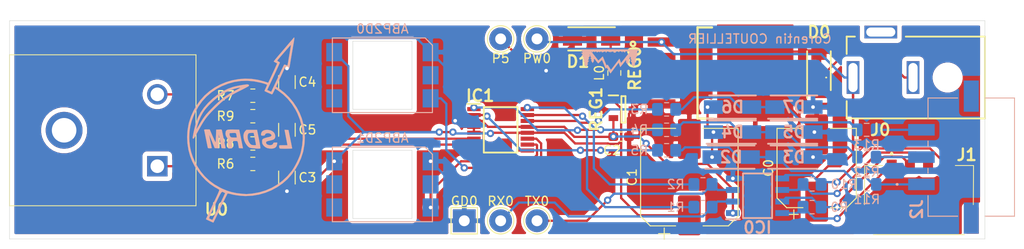
<source format=kicad_pcb>
(kicad_pcb (version 20171130) (host pcbnew "(5.1.0)-1")
  (layers (0 F.Cu signal) (31 B.Cu signal) (34 B.Paste user) (35 F.Paste user) (36 B.SilkS user) (37 F.SilkS user) (38 B.Mask user) (39 F.Mask user) (44 Edge.Cuts user))
  (net 0 "")
  (net 1 /5V)
  (net 2 GND)
  (net 3 "Net-(ABP2D0-Pad5)")
  (net 4 "Net-(ABP2D0-Pad2)")
  (net 5 "Net-(ABP2D0-Pad4)")
  (net 6 /AIN0)
  (net 7 /AIN1)
  (net 8 "Net-(ABP2D1-Pad4)")
  (net 9 "Net-(ABP2D1-Pad2)")
  (net 10 "Net-(ABP2D1-Pad5)")
  (net 11 /POWER)
  (net 12 /3.3V)
  (net 13 /GPIO2)
  (net 14 /GPIO1)
  (net 15 /GPIO0)
  (net 16 /AIN2)
  (net 17 /AIN3)
  (net 18 "Net-(D0-Pad1)")
  (net 19 "Net-(D1-Pad1)")
  (net 20 "Net-(IC0-Pad2)")
  (net 21 "Net-(IC0-Pad3)")
  (net 22 "Net-(IC0-Pad5)")
  (net 23 "Net-(IC0-Pad6)")
  (net 24 "Net-(IC0-Pad7)")
  (net 25 "Net-(IC0-Pad8)")
  (net 26 "Net-(IC1-Pad1)")
  (net 27 "Net-(IC1-Pad2)")
  (net 28 "Net-(IC1-Pad14)")
  (net 29 "Net-(IC1-Pad15)")
  (net 30 "Net-(IC1-Pad16)")
  (net 31 "Net-(J2-PadMP1)")
  (net 32 "Net-(J2-PadMP2)")
  (net 33 "Net-(R6-Pad2)")
  (net 34 "Net-(R7-Pad1)")
  (net 35 "Net-(U0-PadMH1)")
  (net 36 "Net-(J0-Pad3)")
  (net 37 "Net-(J1-PadMP1)")
  (net 38 "Net-(J1-PadMP2)")
  (net 39 "Net-(J2-Pad1)")
  (net 40 "Net-(J2-Pad2)")
  (net 41 "Net-(J2-Pad3)")
  (module SamacSys_Parts:FC681477 (layer F.Cu) (at 255.5 81.25 180)
    (fp_text reference J0 (at -3 -5.75 180) (layer F.SilkS) (effects (font (size 1.27 1.27) (thickness 0.254))))
    (fp_text value FC681477 hide)
    (pad "" np_thru_hole circle (at -10.4 0 180) (size 2.3 2.3) (drill 2.3) (layers *.Cu *.Mask))
    (pad 3 thru_hole rect (at -3.05 5 180) (size 3.6 1.4) (drill oval 3.2 1) (layers *.Cu *.Mask) (net 36 "Net-(J0-Pad3)"))
    (pad 2 thru_hole rect (at -6.6 0 180) (size 1.4 3.6) (drill oval 1 3.2) (layers *.Cu *.Mask) (net 18 "Net-(D0-Pad1)"))
    (pad 1 thru_hole rect (at 0 0 180) (size 1.4 3.6) (drill oval 1 3.2) (layers *.Cu *.Mask) (net 11 /POWER))
  )
  (module Logos:LSDRM_XL (layer B.Cu) (at 188.75 87 180)
    (fp_text reference G*** hide)
    (fp_text value LOGO hide)
  )
  (module Logos:Mountain (layer B.Cu) (at 228.75 79.5)
    (fp_text reference G*** hide)
    (fp_text value LOGO hide)
  )
  (module SamacSys:ABP2D (layer B.Cu) (at 203.75 81 270)
    (fp_text reference ABP2D0 (at -5.1 0) (layer B.SilkS) (effects (justify mirror)))
    (fp_text value ABP2D)
    (pad 6 smd rect (at -2.54 5.3 270) (size 2 1.75) (layers B.Cu B.Paste B.Mask) (net 1 /5V))
    (pad 1 smd rect (at -2.54 -5.3 270) (size 2 1.75) (layers B.Cu B.Paste B.Mask) (net 2 GND))
    (pad 5 smd rect (at 0 5.3 270) (size 2 1.75) (layers B.Cu B.Paste B.Mask) (net 3 "Net-(ABP2D0-Pad5)"))
    (pad 2 smd rect (at 0 -5.3 270) (size 2 1.75) (layers B.Cu B.Paste B.Mask) (net 4 "Net-(ABP2D0-Pad2)"))
    (pad 4 smd rect (at 2.54 5.3 270) (size 2 1.75) (layers B.Cu B.Paste B.Mask) (net 5 "Net-(ABP2D0-Pad4)"))
    (pad 3 smd rect (at 2.54 -5.3 270) (size 2 1.75) (layers B.Cu B.Paste B.Mask) (net 6 /AIN0))
  )
  (module SamacSys:ABP2D (layer B.Cu) (at 203.75 93 270)
    (fp_text reference ABP2D1 (at -5.1 0) (layer B.SilkS) (effects (justify mirror)))
    (fp_text value ABP2D)
    (pad 3 smd rect (at 2.54 -5.3 270) (size 2 1.75) (layers B.Cu B.Paste B.Mask) (net 7 /AIN1))
    (pad 4 smd rect (at 2.54 5.3 270) (size 2 1.75) (layers B.Cu B.Paste B.Mask) (net 8 "Net-(ABP2D1-Pad4)"))
    (pad 2 smd rect (at 0 -5.3 270) (size 2 1.75) (layers B.Cu B.Paste B.Mask) (net 9 "Net-(ABP2D1-Pad2)"))
    (pad 5 smd rect (at 0 5.3 270) (size 2 1.75) (layers B.Cu B.Paste B.Mask) (net 10 "Net-(ABP2D1-Pad5)"))
    (pad 1 smd rect (at -2.54 -5.3 270) (size 2 1.75) (layers B.Cu B.Paste B.Mask) (net 2 GND))
    (pad 6 smd rect (at -2.54 5.3 270) (size 2 1.75) (layers B.Cu B.Paste B.Mask) (net 1 /5V))
  )
  (module Capacitor_SMD:CP_Elec_8x10.5 (layer F.Cu) (at 251.5 91.2 90)
    (fp_text reference C0 (at 0 -5.3 90) (layer F.SilkS))
    (fp_text value 100u)
    (pad 1 smd roundrect (at -3.7 0 90) (size 4.4 2.5) (layers F.Cu F.Paste F.Mask) (roundrect_rratio 0.1) (net 11 /POWER))
    (pad 2 smd roundrect (at 3.7 0 90) (size 4.4 2.5) (layers F.Cu F.Paste F.Mask) (roundrect_rratio 0.1) (net 2 GND))
  )
  (module Capacitor_SMD:CP_Elec_10x10.5 (layer F.Cu) (at 237.5 92.2 90)
    (fp_text reference C1 (at 0 -6.3 90) (layer F.SilkS))
    (fp_text value 1000u)
    (pad 1 smd roundrect (at -4.2 0 90) (size 4.4 2.5) (layers F.Cu F.Paste F.Mask) (roundrect_rratio 0.1) (net 1 /5V))
    (pad 2 smd roundrect (at 4.2 0 90) (size 4.4 2.5) (layers F.Cu F.Paste F.Mask) (roundrect_rratio 0.1) (net 2 GND))
  )
  (module Capacitor_SMD:C_0603_1608Metric_Pad1.08x0.95mm_HandSolder (layer F.Cu) (at 230 87.75)
    (fp_text reference C2 (at -1 1.5) (layer F.SilkS))
    (fp_text value 1u)
    (pad 1 smd roundrect (at -0.8625 0) (size 1.075 0.95) (layers F.Cu F.Paste F.Mask) (net 12 /3.3V))
    (pad 2 smd roundrect (at 0.8625 0) (size 1.075 0.95) (layers F.Cu F.Paste F.Mask) (net 2 GND))
  )
  (module Capacitor_SMD:C_1206_3216Metric_Pad1.33x1.80mm_HandSolder (layer F.Cu) (at 193.25 92.25 90)
    (fp_text reference C3 (at 0 2.25 180) (layer F.SilkS))
    (fp_text value 10n)
    (pad 2 smd roundrect (at 1.5625 0 90) (size 1.325 1.8) (layers F.Cu F.Paste F.Mask) (roundrect_rratio 0.1886784905660377) (net 16 /AIN2))
    (pad 1 smd roundrect (at -1.5625 0 90) (size 1.325 1.8) (layers F.Cu F.Paste F.Mask) (roundrect_rratio 0.1886784905660377) (net 2 GND))
  )
  (module Capacitor_SMD:C_1206_3216Metric_Pad1.33x1.80mm_HandSolder (layer F.Cu) (at 193.25 81.75 90)
    (fp_text reference C4 (at 0 2.25 180) (layer F.SilkS))
    (fp_text value 10n)
    (pad 1 smd roundrect (at -1.5625 0 90) (size 1.325 1.8) (layers F.Cu F.Paste F.Mask) (roundrect_rratio 0.1886784905660377) (net 17 /AIN3))
    (pad 2 smd roundrect (at 1.5625 0 90) (size 1.325 1.8) (layers F.Cu F.Paste F.Mask) (roundrect_rratio 0.1886784905660377) (net 2 GND))
  )
  (module Capacitor_SMD:C_1206_3216Metric_Pad1.33x1.80mm_HandSolder (layer F.Cu) (at 193.25 87 90)
    (fp_text reference C5 (at 0 2.25 180) (layer F.SilkS))
    (fp_text value 10u)
    (pad 1 smd roundrect (at -1.5625 0 90) (size 1.325 1.8) (layers F.Cu F.Paste F.Mask) (roundrect_rratio 0.1886784905660377) (net 16 /AIN2))
    (pad 2 smd roundrect (at 1.5625 0 90) (size 1.325 1.8) (layers F.Cu F.Paste F.Mask) (roundrect_rratio 0.1886784905660377) (net 17 /AIN3))
  )
  (module SamacSys:SODFL5226X110N (layer F.Cu) (at 251.75 80.5 90)
    (fp_text reference D0 (at 4.25 0 180) (layer F.SilkS) (effects (font (size 1.27 1.27) (thickness 0.254))))
    (fp_text value SBRT3U60SAF-13 hide)
    (pad 1 smd rect (at -2.1 0 180) (size 1.67 1.82) (layers F.Cu F.Paste F.Mask) (net 18 "Net-(D0-Pad1)"))
    (pad 2 smd rect (at 2.1 0 180) (size 1.67 1.82) (layers F.Cu F.Paste F.Mask) (net 2 GND))
  )
  (module SamacSys:DIOM5126X230N (layer F.Cu) (at 226.75 77 180)
    (fp_text reference D1 (at 1.5 -2.5) (layer F.SilkS) (effects (font (size 1.27 1.27) (thickness 0.254))))
    (fp_text value SK34A hide)
    (pad 1 smd rect (at -2.1 0 270) (size 1.5 2.1) (layers F.Cu F.Paste F.Mask) (net 19 "Net-(D1-Pad1)"))
    (pad 2 smd rect (at 2.1 0 270) (size 1.5 2.1) (layers F.Cu F.Paste F.Mask) (net 2 GND))
  )
  (module TestPoint:TestPoint_THTPad_2.5x2.5mm_Drill1.2mm (layer F.Cu) (at 212.75 97)
    (fp_text reference GD0 (at 0 -2.148) (layer F.SilkS))
    (fp_text value TestPoint)
    (pad 1 thru_hole rect (at 0 0) (size 2.5 2.5) (drill 1.2) (layers *.Cu *.Mask) (net 2 GND))
  )
  (module SamacSys:SOIC127P600X175-8N (layer B.Cu) (at 245 94.25)
    (fp_text reference IC0 (at 0 3.5) (layer B.SilkS) (effects (font (size 1.27 1.27) (thickness 0.254)) (justify mirror)))
    (fp_text value MAX3488EESA+ hide)
    (pad 1 smd rect (at -2.712 1.905 270) (size 0.65 1.525) (layers B.Cu B.Paste B.Mask) (net 12 /3.3V))
    (pad 2 smd rect (at -2.712 0.635 270) (size 0.65 1.525) (layers B.Cu B.Paste B.Mask) (net 20 "Net-(IC0-Pad2)"))
    (pad 3 smd rect (at -2.712 -0.635 270) (size 0.65 1.525) (layers B.Cu B.Paste B.Mask) (net 21 "Net-(IC0-Pad3)"))
    (pad 4 smd rect (at -2.712 -1.905 270) (size 0.65 1.525) (layers B.Cu B.Paste B.Mask) (net 2 GND))
    (pad 5 smd rect (at 2.712 -1.905 270) (size 0.65 1.525) (layers B.Cu B.Paste B.Mask) (net 22 "Net-(IC0-Pad5)"))
    (pad 6 smd rect (at 2.712 -0.635 270) (size 0.65 1.525) (layers B.Cu B.Paste B.Mask) (net 23 "Net-(IC0-Pad6)"))
    (pad 7 smd rect (at 2.712 0.635 270) (size 0.65 1.525) (layers B.Cu B.Paste B.Mask) (net 24 "Net-(IC0-Pad7)"))
    (pad 8 smd rect (at 2.712 1.905 270) (size 0.65 1.525) (layers B.Cu B.Paste B.Mask) (net 25 "Net-(IC0-Pad8)"))
  )
  (module SamacSys:SOP65P640X120-16N (layer F.Cu) (at 216.75 87)
    (fp_text reference IC1 (at -2.25 -3.75) (layer F.SilkS) (effects (font (size 1.27 1.27) (thickness 0.254))))
    (fp_text value ADS122U04IPW hide)
    (pad 1 smd rect (at -2.938 -2.275 90) (size 0.45 1.475) (layers F.Cu F.Paste F.Mask) (net 26 "Net-(IC1-Pad1)"))
    (pad 2 smd rect (at -2.938 -1.625 90) (size 0.45 1.475) (layers F.Cu F.Paste F.Mask) (net 27 "Net-(IC1-Pad2)"))
    (pad 3 smd rect (at -2.938 -0.975 90) (size 0.45 1.475) (layers F.Cu F.Paste F.Mask) (net 12 /3.3V))
    (pad 4 smd rect (at -2.938 -0.325 90) (size 0.45 1.475) (layers F.Cu F.Paste F.Mask) (net 2 GND))
    (pad 5 smd rect (at -2.938 0.325 90) (size 0.45 1.475) (layers F.Cu F.Paste F.Mask) (net 2 GND))
    (pad 6 smd rect (at -2.938 0.975 90) (size 0.45 1.475) (layers F.Cu F.Paste F.Mask) (net 17 /AIN3))
    (pad 7 smd rect (at -2.938 1.625 90) (size 0.45 1.475) (layers F.Cu F.Paste F.Mask) (net 16 /AIN2))
    (pad 8 smd rect (at -2.938 2.275 90) (size 0.45 1.475) (layers F.Cu F.Paste F.Mask) (net 2 GND))
    (pad 9 smd rect (at 2.938 2.275 90) (size 0.45 1.475) (layers F.Cu F.Paste F.Mask) (net 1 /5V))
    (pad 10 smd rect (at 2.938 1.625 90) (size 0.45 1.475) (layers F.Cu F.Paste F.Mask) (net 7 /AIN1))
    (pad 11 smd rect (at 2.938 0.975 90) (size 0.45 1.475) (layers F.Cu F.Paste F.Mask) (net 6 /AIN0))
    (pad 12 smd rect (at 2.938 0.325 90) (size 0.45 1.475) (layers F.Cu F.Paste F.Mask) (net 1 /5V))
    (pad 13 smd rect (at 2.938 -0.325 90) (size 0.45 1.475) (layers F.Cu F.Paste F.Mask) (net 12 /3.3V))
    (pad 14 smd rect (at 2.938 -0.975 90) (size 0.45 1.475) (layers F.Cu F.Paste F.Mask) (net 28 "Net-(IC1-Pad14)"))
    (pad 15 smd rect (at 2.938 -1.625 90) (size 0.45 1.475) (layers F.Cu F.Paste F.Mask) (net 29 "Net-(IC1-Pad15)"))
    (pad 16 smd rect (at 2.938 -2.275 90) (size 0.45 1.475) (layers F.Cu F.Paste F.Mask) (net 30 "Net-(IC1-Pad16)"))
  )
  (module SamacSys:214450573 (layer B.Cu) (at 268.5 90 270)
    (fp_text reference J2 (at 5.75 6 270) (layer B.SilkS) (effects (font (size 1.27 1.27) (thickness 0.254)) (justify mirror)))
    (fp_text value 2-1445057-3 hide)
    (pad 1 smd rect (at 3 5.48 270) (size 1.27 2.92) (layers B.Cu B.Paste B.Mask) (net 39 "Net-(J2-Pad1)"))
    (pad 2 smd rect (at 0 5.48 270) (size 1.27 2.92) (layers B.Cu B.Paste B.Mask) (net 40 "Net-(J2-Pad2)"))
    (pad 3 smd rect (at -3 5.48 270) (size 1.27 2.92) (layers B.Cu B.Paste B.Mask) (net 41 "Net-(J2-Pad3)"))
    (pad MP1 smd rect (at 6.705 0 180) (size 1.65 3.43) (layers B.Cu B.Paste B.Mask) (net 31 "Net-(J2-PadMP1)"))
    (pad MP2 smd rect (at -6.705 0 180) (size 1.65 3.43) (layers B.Cu B.Paste B.Mask) (net 32 "Net-(J2-PadMP2)"))
  )
  (module Inductor_SMD:L_0805_2012Metric_Pad1.15x1.40mm_HandSolder (layer F.Cu) (at 229.25 80.75 90)
    (fp_text reference L0 (at 0 -1.65 90) (layer F.SilkS))
    (fp_text value 100u)
    (pad 1 smd roundrect (at -1.025 0 90) (size 1.15 1.4) (layers F.Cu F.Paste F.Mask) (roundrect_rratio 0.2173904347826087) (net 1 /5V))
    (pad 2 smd roundrect (at 1.025 0 90) (size 1.15 1.4) (layers F.Cu F.Paste F.Mask) (roundrect_rratio 0.2173904347826087) (net 19 "Net-(D1-Pad1)"))
  )
  (module TestPoint:TestPoint_THTPad_D2.5mm_Drill1.2mm (layer F.Cu) (at 216.75 77 180)
    (fp_text reference P5 (at 0 -2.148) (layer F.SilkS))
    (fp_text value TestPoint)
    (pad 1 thru_hole circle (at 0 0 180) (size 2.5 2.5) (drill 1.2) (layers *.Cu *.Mask) (net 1 /5V))
  )
  (module TestPoint:TestPoint_THTPad_D2.5mm_Drill1.2mm (layer F.Cu) (at 220.75 77 180)
    (fp_text reference PW0 (at 0 -2.148) (layer F.SilkS))
    (fp_text value TestPoint)
    (pad 1 thru_hole circle (at 0 0 180) (size 2.5 2.5) (drill 1.2) (layers *.Cu *.Mask) (net 11 /POWER))
  )
  (module Resistor_SMD:R_0805_2012Metric_Pad1.20x1.40mm_HandSolder (layer B.Cu) (at 251 95.5)
    (fp_text reference R0 (at 3 0) (layer B.SilkS) (effects (justify mirror)))
    (fp_text value 120)
    (pad 2 smd roundrect (at 1 0) (size 1.2 1.4) (layers B.Cu B.Paste B.Mask) (roundrect_rratio 0.2083325) (net 24 "Net-(IC0-Pad7)"))
    (pad 1 smd roundrect (at -1 0) (size 1.2 1.4) (layers B.Cu B.Paste B.Mask) (roundrect_rratio 0.2083325) (net 25 "Net-(IC0-Pad8)"))
  )
  (module Resistor_SMD:R_0805_2012Metric_Pad1.20x1.40mm_HandSolder (layer B.Cu) (at 239 95.5 180)
    (fp_text reference R1 (at 3 0) (layer B.SilkS) (effects (justify mirror)))
    (fp_text value 47)
    (pad 1 smd roundrect (at -1 0 180) (size 1.2 1.4) (layers B.Cu B.Paste B.Mask) (roundrect_rratio 0.2083325) (net 20 "Net-(IC0-Pad2)"))
    (pad 2 smd roundrect (at 1 0 180) (size 1.2 1.4) (layers B.Cu B.Paste B.Mask) (roundrect_rratio 0.2083325) (net 30 "Net-(IC1-Pad16)"))
  )
  (module Resistor_SMD:R_0805_2012Metric_Pad1.20x1.40mm_HandSolder (layer B.Cu) (at 239 93 180)
    (fp_text reference R2 (at 3 0) (layer B.SilkS) (effects (justify mirror)))
    (fp_text value 47)
    (pad 2 smd roundrect (at 1 0 180) (size 1.2 1.4) (layers B.Cu B.Paste B.Mask) (roundrect_rratio 0.2083325) (net 29 "Net-(IC1-Pad15)"))
    (pad 1 smd roundrect (at -1 0 180) (size 1.2 1.4) (layers B.Cu B.Paste B.Mask) (roundrect_rratio 0.2083325) (net 21 "Net-(IC0-Pad3)"))
  )
  (module Resistor_SMD:R_0805_2012Metric_Pad1.20x1.40mm_HandSolder (layer B.Cu) (at 235 84.75 180)
    (fp_text reference R3 (at 3 0) (layer B.SilkS) (effects (justify mirror)))
    (fp_text value 47)
    (pad 1 smd roundrect (at -1 0 180) (size 1.2 1.4) (layers B.Cu B.Paste B.Mask) (roundrect_rratio 0.2083325) (net 13 /GPIO2))
    (pad 2 smd roundrect (at 1 0 180) (size 1.2 1.4) (layers B.Cu B.Paste B.Mask) (roundrect_rratio 0.2083325) (net 28 "Net-(IC1-Pad14)"))
  )
  (module Resistor_SMD:R_0805_2012Metric_Pad1.20x1.40mm_HandSolder (layer B.Cu) (at 235 87)
    (fp_text reference R4 (at -3 0) (layer B.SilkS) (effects (justify mirror)))
    (fp_text value 47)
    (pad 1 smd roundrect (at -1 0) (size 1.2 1.4) (layers B.Cu B.Paste B.Mask) (roundrect_rratio 0.2083325) (net 26 "Net-(IC1-Pad1)"))
    (pad 2 smd roundrect (at 1 0) (size 1.2 1.4) (layers B.Cu B.Paste B.Mask) (roundrect_rratio 0.2083325) (net 14 /GPIO1))
  )
  (module Resistor_SMD:R_0805_2012Metric_Pad1.20x1.40mm_HandSolder (layer B.Cu) (at 235 89.25)
    (fp_text reference R5 (at -3 0) (layer B.SilkS) (effects (justify mirror)))
    (fp_text value 47)
    (pad 2 smd roundrect (at 1 0) (size 1.2 1.4) (layers B.Cu B.Paste B.Mask) (roundrect_rratio 0.2083325) (net 15 /GPIO0))
    (pad 1 smd roundrect (at -1 0) (size 1.2 1.4) (layers B.Cu B.Paste B.Mask) (roundrect_rratio 0.2083325) (net 27 "Net-(IC1-Pad2)"))
  )
  (module Resistor_SMD:R_0805_2012Metric_Pad1.20x1.40mm_HandSolder (layer F.Cu) (at 189.5 90.75 180)
    (fp_text reference R6 (at 3 0) (layer F.SilkS))
    (fp_text value 1M)
    (pad 2 smd roundrect (at 1 0 180) (size 1.2 1.4) (layers F.Cu F.Paste F.Mask) (roundrect_rratio 0.2083325) (net 33 "Net-(R6-Pad2)"))
    (pad 1 smd roundrect (at -1 0 180) (size 1.2 1.4) (layers F.Cu F.Paste F.Mask) (roundrect_rratio 0.2083325) (net 1 /5V))
  )
  (module Resistor_SMD:R_0805_2012Metric_Pad1.20x1.40mm_HandSolder (layer F.Cu) (at 189.5 83.25)
    (fp_text reference R7 (at -3 0) (layer F.SilkS))
    (fp_text value 1M)
    (pad 1 smd roundrect (at -1 0) (size 1.2 1.4) (layers F.Cu F.Paste F.Mask) (roundrect_rratio 0.2083325) (net 34 "Net-(R7-Pad1)"))
    (pad 2 smd roundrect (at 1 0) (size 1.2 1.4) (layers F.Cu F.Paste F.Mask) (roundrect_rratio 0.2083325) (net 2 GND))
  )
  (module Resistor_SMD:R_0805_2012Metric_Pad1.20x1.40mm_HandSolder (layer F.Cu) (at 189.5 88.5 180)
    (fp_text reference R8 (at 3 0) (layer F.SilkS))
    (fp_text value 1k)
    (pad 1 smd roundrect (at -1 0 180) (size 1.2 1.4) (layers F.Cu F.Paste F.Mask) (roundrect_rratio 0.2083325) (net 16 /AIN2))
    (pad 2 smd roundrect (at 1 0 180) (size 1.2 1.4) (layers F.Cu F.Paste F.Mask) (roundrect_rratio 0.2083325) (net 33 "Net-(R6-Pad2)"))
  )
  (module Resistor_SMD:R_0805_2012Metric_Pad1.20x1.40mm_HandSolder (layer F.Cu) (at 189.5 85.5 180)
    (fp_text reference R9 (at 3 0) (layer F.SilkS))
    (fp_text value 1k)
    (pad 2 smd roundrect (at 1 0 180) (size 1.2 1.4) (layers F.Cu F.Paste F.Mask) (roundrect_rratio 0.2083325) (net 34 "Net-(R7-Pad1)"))
    (pad 1 smd roundrect (at -1 0 180) (size 1.2 1.4) (layers F.Cu F.Paste F.Mask) (roundrect_rratio 0.2083325) (net 17 /AIN3))
  )
  (module Resistor_SMD:R_0805_2012Metric_Pad1.20x1.40mm_HandSolder (layer B.Cu) (at 251 93)
    (fp_text reference R10 (at 3.5 0) (layer B.SilkS) (effects (justify mirror)))
    (fp_text value 120)
    (pad 1 smd roundrect (at -1 0) (size 1.2 1.4) (layers B.Cu B.Paste B.Mask) (roundrect_rratio 0.2083325) (net 23 "Net-(IC0-Pad6)"))
    (pad 2 smd roundrect (at 1 0) (size 1.2 1.4) (layers B.Cu B.Paste B.Mask) (roundrect_rratio 0.2083325) (net 22 "Net-(IC0-Pad5)"))
  )
  (module SamacSys:D2TSUFFIX-CASE936A-02-ISSUEC (layer F.Cu) (at 247.6 75.74 180)
    (fp_text reference REG0 (at 16.1 -4.51 90) (layer F.SilkS) (effects (font (size 1.27 1.27) (thickness 0.254))))
    (fp_text value LM2576D2TR4-5G hide)
    (pad 1 smd rect (at 13.155 -1.606 270) (size 1.016 3.05) (layers F.Cu F.Paste F.Mask) (net 11 /POWER))
    (pad 2 smd rect (at 13.155 -3.308 270) (size 1.016 3.05) (layers F.Cu F.Paste F.Mask) (net 19 "Net-(D1-Pad1)"))
    (pad 3 smd rect (at 13.155 -5.01 270) (size 1.016 3.05) (layers F.Cu F.Paste F.Mask) (net 2 GND))
    (pad 4 smd rect (at 13.155 -6.712 270) (size 1.016 3.05) (layers F.Cu F.Paste F.Mask) (net 1 /5V))
    (pad 5 smd rect (at 13.155 -8.414 270) (size 1.016 3.05) (layers F.Cu F.Paste F.Mask) (net 2 GND))
    (pad 6 smd rect (at 2.85 -5.01 180) (size 8.38 10.66) (layers F.Cu F.Paste F.Mask) (net 2 GND))
  )
  (module SamacSys:SOT96P240X135-3N (layer F.Cu) (at 230.25 84.75)
    (fp_text reference REG1 (at -3 0 90) (layer F.SilkS) (effects (font (size 1.27 1.27) (thickness 0.254))))
    (fp_text value AP7333-33SAG-7 hide)
    (pad 1 smd rect (at -1.1 -0.96 90) (size 0.65 1.05) (layers F.Cu F.Paste F.Mask) (net 1 /5V))
    (pad 2 smd rect (at -1.1 0.96 90) (size 0.65 1.05) (layers F.Cu F.Paste F.Mask) (net 12 /3.3V))
    (pad 3 smd rect (at 1.1 0 90) (size 0.65 1.05) (layers F.Cu F.Paste F.Mask) (net 2 GND))
  )
  (module TestPoint:TestPoint_THTPad_D2.5mm_Drill1.2mm (layer F.Cu) (at 216.75 97)
    (fp_text reference RX0 (at 0 -2.148) (layer F.SilkS))
    (fp_text value TestPoint)
    (pad 1 thru_hole circle (at 0 0) (size 2.5 2.5) (drill 1.2) (layers *.Cu *.Mask) (net 20 "Net-(IC0-Pad2)"))
  )
  (module TestPoint:TestPoint_THTPad_D2.5mm_Drill1.2mm (layer F.Cu) (at 220.75 97)
    (fp_text reference TX0 (at 0 -2.148) (layer F.SilkS))
    (fp_text value TestPoint)
    (pad 1 thru_hole circle (at 0 0) (size 2.5 2.5) (drill 1.2) (layers *.Cu *.Mask) (net 21 "Net-(IC0-Pad3)"))
  )
  (module SamacSys:AMKPCB (layer F.Cu) (at 179 91 180)
    (fp_text reference U0 (at -6.5 -4.75) (layer F.SilkS) (effects (font (size 1.27 1.27) (thickness 0.254))))
    (fp_text value AM-K-PCB hide)
    (pad 1 thru_hole rect (at 0 0 180) (size 2.25 2.25) (drill 1.5) (layers *.Cu *.Mask) (net 33 "Net-(R6-Pad2)"))
    (pad 2 thru_hole circle (at 0 7.9 180) (size 2.25 2.25) (drill 1.5) (layers *.Cu *.Mask) (net 34 "Net-(R7-Pad1)"))
    (pad MH1 thru_hole circle (at 10.25 3.95 180) (size 4.05 4.05) (drill 2.7) (layers *.Cu *.Mask) (net 35 "Net-(U0-PadMH1)"))
  )
  (module SamacSys_Parts:DIOM5126X230N (layer B.Cu) (at 242.1 90)
    (fp_text reference D2 (at 0 0) (layer B.SilkS) (effects (font (size 1.27 1.27) (thickness 0.254)) (justify mirror)))
    (fp_text value SK34A hide)
    (pad 2 smd rect (at 2.1 0 270) (size 1.5 2.1) (layers B.Cu B.Paste B.Mask) (net 15 /GPIO0))
    (pad 1 smd rect (at -2.1 0 270) (size 1.5 2.1) (layers B.Cu B.Paste B.Mask) (net 12 /3.3V))
  )
  (module SamacSys_Parts:DIOM5126X230N (layer B.Cu) (at 249 90)
    (fp_text reference D3 (at 0 0) (layer B.SilkS) (effects (font (size 1.27 1.27) (thickness 0.254)) (justify mirror)))
    (fp_text value SK34A hide)
    (pad 1 smd rect (at -2.1 0 270) (size 1.5 2.1) (layers B.Cu B.Paste B.Mask) (net 15 /GPIO0))
    (pad 2 smd rect (at 2.1 0 270) (size 1.5 2.1) (layers B.Cu B.Paste B.Mask) (net 2 GND))
  )
  (module SamacSys_Parts:DIOM5126X230N (layer B.Cu) (at 242.25 87.25)
    (fp_text reference D4 (at 0 0) (layer B.SilkS) (effects (font (size 1.27 1.27) (thickness 0.254)) (justify mirror)))
    (fp_text value SK34A hide)
    (pad 2 smd rect (at 2.1 0 270) (size 1.5 2.1) (layers B.Cu B.Paste B.Mask) (net 14 /GPIO1))
    (pad 1 smd rect (at -2.1 0 270) (size 1.5 2.1) (layers B.Cu B.Paste B.Mask) (net 12 /3.3V))
  )
  (module SamacSys_Parts:DIOM5126X230N (layer B.Cu) (at 249 87.25)
    (fp_text reference D5 (at 0 0) (layer B.SilkS) (effects (font (size 1.27 1.27) (thickness 0.254)) (justify mirror)))
    (fp_text value SK34A hide)
    (pad 1 smd rect (at -2.1 0 270) (size 1.5 2.1) (layers B.Cu B.Paste B.Mask) (net 14 /GPIO1))
    (pad 2 smd rect (at 2.1 0 270) (size 1.5 2.1) (layers B.Cu B.Paste B.Mask) (net 2 GND))
  )
  (module SamacSys_Parts:DIOM5126X230N (layer B.Cu) (at 242.25 84.5)
    (fp_text reference D6 (at 0 0) (layer B.SilkS) (effects (font (size 1.27 1.27) (thickness 0.254)) (justify mirror)))
    (fp_text value SK34A hide)
    (pad 2 smd rect (at 2.1 0 270) (size 1.5 2.1) (layers B.Cu B.Paste B.Mask) (net 13 /GPIO2))
    (pad 1 smd rect (at -2.1 0 270) (size 1.5 2.1) (layers B.Cu B.Paste B.Mask) (net 12 /3.3V))
  )
  (module SamacSys_Parts:DIOM5126X230N (layer B.Cu) (at 249 84.5)
    (fp_text reference D7 (at 0 0) (layer B.SilkS) (effects (font (size 1.27 1.27) (thickness 0.254)) (justify mirror)))
    (fp_text value SK34A hide)
    (pad 1 smd rect (at -2.1 0 270) (size 1.5 2.1) (layers B.Cu B.Paste B.Mask) (net 13 /GPIO2))
    (pad 2 smd rect (at 2.1 0 270) (size 1.5 2.1) (layers B.Cu B.Paste B.Mask) (net 2 GND))
  )
  (module SamacSys_Parts:2053380004 (layer F.Cu) (at 262.75 91 180)
    (fp_text reference J1 (at -5.25 1.25 180) (layer F.SilkS) (effects (font (size 1.27 1.27) (thickness 0.254))))
    (fp_text value 205338-0004 hide)
    (pad 1 smd rect (at 3 0 180) (size 1.1 1.45) (layers F.Cu F.Paste F.Mask) (net 25 "Net-(IC0-Pad8)"))
    (pad 2 smd rect (at 1 0 180) (size 1.1 1.45) (layers F.Cu F.Paste F.Mask) (net 24 "Net-(IC0-Pad7)"))
    (pad 3 smd rect (at -1 0 180) (size 1.1 1.45) (layers F.Cu F.Paste F.Mask) (net 23 "Net-(IC0-Pad6)"))
    (pad 4 smd rect (at -3 0 180) (size 1.1 1.45) (layers F.Cu F.Paste F.Mask) (net 22 "Net-(IC0-Pad5)"))
    (pad MP1 smd rect (at 5.895 -5.975 180) (size 1.35 2.9) (layers F.Cu F.Paste F.Mask) (net 37 "Net-(J1-PadMP1)"))
    (pad MP2 smd rect (at -5.895 -5.975 180) (size 1.35 2.9) (layers F.Cu F.Paste F.Mask) (net 38 "Net-(J1-PadMP2)"))
  )
  (module Resistor_SMD:R_0805_2012Metric_Pad1.15x1.40mm_HandSolder (layer B.Cu) (at 257.025 93)
    (fp_text reference R11 (at 0 1.65) (layer B.SilkS) (effects (justify mirror)))
    (fp_text value 200)
    (pad 1 smd roundrect (at -1.025 0) (size 1.15 1.4) (layers B.Cu B.Paste B.Mask) (roundrect_rratio 0.217391) (net 15 /GPIO0))
    (pad 2 smd roundrect (at 1.025 0) (size 1.15 1.4) (layers B.Cu B.Paste B.Mask) (roundrect_rratio 0.217391) (net 39 "Net-(J2-Pad1)"))
  )
  (module Resistor_SMD:R_0805_2012Metric_Pad1.15x1.40mm_HandSolder (layer B.Cu) (at 257 90)
    (fp_text reference R12 (at 0 1.65) (layer B.SilkS) (effects (justify mirror)))
    (fp_text value 200)
    (pad 2 smd roundrect (at 1.025 0) (size 1.15 1.4) (layers B.Cu B.Paste B.Mask) (roundrect_rratio 0.217391) (net 40 "Net-(J2-Pad2)"))
    (pad 1 smd roundrect (at -1.025 0) (size 1.15 1.4) (layers B.Cu B.Paste B.Mask) (roundrect_rratio 0.217391) (net 14 /GPIO1))
  )
  (module Resistor_SMD:R_0805_2012Metric_Pad1.15x1.40mm_HandSolder (layer B.Cu) (at 257 87)
    (fp_text reference R13 (at 0 1.65) (layer B.SilkS) (effects (justify mirror)))
    (fp_text value 200)
    (pad 1 smd roundrect (at -1.025 0) (size 1.15 1.4) (layers B.Cu B.Paste B.Mask) (roundrect_rratio 0.217391) (net 13 /GPIO2))
    (pad 2 smd roundrect (at 1.025 0) (size 1.15 1.4) (layers B.Cu B.Paste B.Mask) (roundrect_rratio 0.217391) (net 41 "Net-(J2-Pad3)"))
  )
  (gr_text "Corentin COUTELLIER" (at 245.25 77) (layer B.SilkS) (effects (font (size 1 1)) (justify mirror)))
  (gr_line (start 200.5 84.75) (end 200.5 77.25) (layer Edge.Cuts) (width 0.05))
  (gr_line (start 207 84.75) (end 200.5 84.75) (layer Edge.Cuts) (width 0.05))
  (gr_line (start 207 77.25) (end 207 84.75) (layer Edge.Cuts) (width 0.05))
  (gr_line (start 200.5 77.25) (end 207 77.25) (layer Edge.Cuts) (width 0.05))
  (gr_line (start 200.5 96.75) (end 200.5 89.25) (layer Edge.Cuts) (width 0.05))
  (gr_line (start 207 96.75) (end 200.5 96.75) (layer Edge.Cuts) (width 0.05))
  (gr_line (start 207 89.25) (end 207 96.75) (layer Edge.Cuts) (width 0.05))
  (gr_line (start 200.5 89.25) (end 207 89.25) (layer Edge.Cuts) (width 0.05))
  (gr_line (start 162.75 75) (end 162.75 99) (layer Edge.Cuts) (width 0.05))
  (gr_line (start 270 99) (end 162.75 99) (layer Edge.Cuts) (width 0.05))
  (gr_line (start 270 75) (end 162.75 75) (layer Edge.Cuts) (width 0.05))
  (gr_line (start 270 75) (end 270 99) (layer Edge.Cuts) (width 0.05))
  (via (at 239.5 84.5) (size 0.8) (drill 0.4) (layers F.Cu B.Cu) (net 12))
  (segment (start 229.927 82.452) (end 229.25 81.775) (width 0.25) (layer F.Cu) (net 1))
  (segment (start 234.445 82.452) (end 229.927 82.452) (width 0.25) (layer F.Cu) (net 1))
  (segment (start 229.15 81.875) (end 229.25 81.775) (width 0.25) (layer F.Cu) (net 1))
  (segment (start 229.15 83.79) (end 229.15 81.875) (width 0.25) (layer F.Cu) (net 1))
  (segment (start 218.790498 87.325) (end 219.688 87.325) (width 0.25) (layer F.Cu) (net 1))
  (segment (start 218.625499 87.489999) (end 218.790498 87.325) (width 0.25) (layer F.Cu) (net 1))
  (segment (start 218.625499 89.199999) (end 218.625499 87.489999) (width 0.25) (layer F.Cu) (net 1))
  (segment (start 218.7005 89.275) (end 218.625499 89.199999) (width 0.25) (layer F.Cu) (net 1))
  (segment (start 219.688 89.275) (end 218.7005 89.275) (width 0.25) (layer F.Cu) (net 1))
  (segment (start 230 84.64) (end 229.15 83.79) (width 0.25) (layer F.Cu) (net 1))
  (segment (start 229.6705 88.55001) (end 230 88.22051) (width 0.25) (layer F.Cu) (net 1))
  (segment (start 228.6045 88.55001) (end 229.6705 88.55001) (width 0.25) (layer F.Cu) (net 1))
  (segment (start 228.55449 88.5) (end 228.6045 88.55001) (width 0.25) (layer F.Cu) (net 1))
  (segment (start 224.94228 88.5) (end 228.55449 88.5) (width 0.25) (layer F.Cu) (net 1))
  (segment (start 223.76728 87.325) (end 224.94228 88.5) (width 0.25) (layer F.Cu) (net 1))
  (segment (start 219.688 87.325) (end 223.76728 87.325) (width 0.25) (layer F.Cu) (net 1))
  (segment (start 230 87.25) (end 230 84.64) (width 0.25) (layer F.Cu) (net 1))
  (segment (start 230 88.22051) (end 230 87.25) (width 0.25) (layer F.Cu) (net 1))
  (segment (start 237.5 96.4) (end 231.9 96.4) (width 0.25) (layer F.Cu) (net 1))
  (segment (start 230 94.5) (end 230 88.5) (width 0.25) (layer F.Cu) (net 1))
  (segment (start 231.9 96.4) (end 230 94.5) (width 0.25) (layer F.Cu) (net 1))
  (segment (start 230 88.5) (end 230 87.25) (width 0.25) (layer F.Cu) (net 1))
  (segment (start 221.525 81.775) (end 216.75 77) (width 0.25) (layer F.Cu) (net 1))
  (segment (start 229.25 81.775) (end 221.525 81.775) (width 0.25) (layer F.Cu) (net 1))
  (via (at 215.626289 87.4) (size 0.8) (drill 0.4) (layers F.Cu B.Cu) (net 1))
  (segment (start 215.701289 87.325) (end 215.626289 87.4) (width 0.25) (layer F.Cu) (net 1))
  (segment (start 219.688 87.325) (end 215.701289 87.325) (width 0.25) (layer F.Cu) (net 1))
  (via (at 211.5 87.25) (size 0.8) (drill 0.4) (layers F.Cu B.Cu) (net 1))
  (segment (start 211.65 87.4) (end 211.5 87.25) (width 0.25) (layer B.Cu) (net 1))
  (segment (start 215.626289 87.4) (end 211.65 87.4) (width 0.25) (layer B.Cu) (net 1))
  (via (at 210 87.25) (size 0.8) (drill 0.4) (layers F.Cu B.Cu) (net 1))
  (segment (start 211.5 87.25) (end 210 87.25) (width 0.25) (layer F.Cu) (net 1))
  (segment (start 210 87.25) (end 202.25 87.25) (width 0.25) (layer B.Cu) (net 1))
  (segment (start 210 87.25) (end 202.005012 87.25) (width 0.25) (layer B.Cu) (net 1))
  (segment (start 198.45 90.46) (end 201.66 87.25) (width 0.25) (layer B.Cu) (net 1))
  (segment (start 201.66 87.25) (end 210 87.25) (width 0.25) (layer B.Cu) (net 1))
  (segment (start 210 87.25) (end 201.75 87.25) (width 0.25) (layer B.Cu) (net 1))
  (segment (start 201.75 87.25) (end 200 85.5) (width 0.25) (layer B.Cu) (net 1))
  (segment (start 200 80.01) (end 198.45 78.46) (width 0.25) (layer B.Cu) (net 1))
  (segment (start 200 85.5) (end 200 80.01) (width 0.25) (layer B.Cu) (net 1))
  (via (at 198.45 90.46) (size 0.8) (drill 0.4) (layers F.Cu B.Cu) (net 1))
  (segment (start 190.5 91.45) (end 191.3 92.25) (width 0.25) (layer F.Cu) (net 1))
  (segment (start 190.5 90.75) (end 190.5 91.45) (width 0.25) (layer F.Cu) (net 1))
  (segment (start 196.66 92.25) (end 198.45 90.46) (width 0.25) (layer F.Cu) (net 1))
  (segment (start 191.3 92.25) (end 196.66 92.25) (width 0.25) (layer F.Cu) (net 1))
  (via (at 193.25 93.75) (size 0.8) (drill 0.4) (layers F.Cu B.Cu) (net 2))
  (via (at 193.25 80.25) (size 0.8) (drill 0.4) (layers F.Cu B.Cu) (net 2))
  (segment (start 247.1 78.4) (end 244.75 80.75) (width 0.25) (layer F.Cu) (net 2))
  (segment (start 251.75 78.4) (end 247.1 78.4) (width 0.25) (layer F.Cu) (net 2))
  (segment (start 251.5 87.5) (end 251.25 87.25) (width 0.25) (layer F.Cu) (net 2))
  (segment (start 241.346 84.154) (end 244.75 80.75) (width 0.25) (layer F.Cu) (net 2))
  (segment (start 231.946 84.154) (end 231.35 84.75) (width 0.25) (layer F.Cu) (net 2))
  (segment (start 234.445 84.154) (end 231.946 84.154) (width 0.25) (layer F.Cu) (net 2))
  (segment (start 230.8625 85.2375) (end 231.35 84.75) (width 0.25) (layer F.Cu) (net 2))
  (segment (start 230.8625 87.75) (end 230.8625 85.2375) (width 0.25) (layer F.Cu) (net 2))
  (segment (start 213.812 86.675) (end 213.812 87.325) (width 0.25) (layer F.Cu) (net 2))
  (segment (start 214.709502 89.275) (end 213.812 89.275) (width 0.25) (layer F.Cu) (net 2))
  (segment (start 214.874501 89.110001) (end 214.709502 89.275) (width 0.25) (layer F.Cu) (net 2))
  (segment (start 214.7995 87.325) (end 214.874501 87.400001) (width 0.25) (layer F.Cu) (net 2))
  (segment (start 214.874501 87.400001) (end 214.874501 89.110001) (width 0.25) (layer F.Cu) (net 2))
  (segment (start 213.812 87.325) (end 214.7995 87.325) (width 0.25) (layer F.Cu) (net 2))
  (segment (start 239.924999 75.924999) (end 244.75 80.75) (width 0.25) (layer F.Cu) (net 2))
  (segment (start 225.725001 75.924999) (end 239.924999 75.924999) (width 0.25) (layer F.Cu) (net 2))
  (segment (start 224.65 77) (end 225.725001 75.924999) (width 0.25) (layer F.Cu) (net 2))
  (segment (start 211.635 97) (end 212.75 97) (width 0.25) (layer F.Cu) (net 2))
  (segment (start 193.25 93.75) (end 193.25 80.25) (width 0.25) (layer B.Cu) (net 2))
  (segment (start 190.5 83.25) (end 190.5 81.25) (width 0.25) (layer F.Cu) (net 2))
  (segment (start 191.5625 80.1875) (end 193.25 80.1875) (width 0.25) (layer F.Cu) (net 2))
  (segment (start 190.5 81.25) (end 191.5625 80.1875) (width 0.25) (layer F.Cu) (net 2))
  (via (at 221.75 80.5) (size 0.8) (drill 0.4) (layers F.Cu B.Cu) (net 2))
  (segment (start 224.65 77.6) (end 221.75 80.5) (width 0.25) (layer F.Cu) (net 2))
  (segment (start 224.65 77) (end 224.65 77.6) (width 0.25) (layer F.Cu) (net 2))
  (via (at 209.05 90.46) (size 0.8) (drill 0.4) (layers F.Cu B.Cu) (net 2))
  (segment (start 210.235 89.275) (end 209.05 90.46) (width 0.25) (layer F.Cu) (net 2))
  (segment (start 213.812 89.275) (end 210.235 89.275) (width 0.25) (layer F.Cu) (net 2))
  (segment (start 207.48999 76.89999) (end 209.05 78.46) (width 0.25) (layer B.Cu) (net 2))
  (segment (start 196.60001 76.89999) (end 207.48999 76.89999) (width 0.25) (layer B.Cu) (net 2))
  (segment (start 193.25 80.25) (end 196.60001 76.89999) (width 0.25) (layer B.Cu) (net 2))
  (segment (start 212.75 94.16) (end 212.75 97) (width 0.25) (layer B.Cu) (net 2))
  (segment (start 209.05 90.46) (end 212.75 94.16) (width 0.25) (layer B.Cu) (net 2))
  (segment (start 211.09 80.5) (end 209.05 78.46) (width 0.25) (layer B.Cu) (net 2))
  (segment (start 221.75 80.5) (end 211.09 80.5) (width 0.25) (layer B.Cu) (net 2))
  (segment (start 221.75 80.5) (end 214.25 80.5) (width 0.25) (layer B.Cu) (net 2))
  (via (at 211.75 86) (size 0.8) (drill 0.4) (layers F.Cu B.Cu) (net 2))
  (segment (start 211.75 83) (end 211.75 86) (width 0.25) (layer B.Cu) (net 2))
  (segment (start 214.25 80.5) (end 211.75 83) (width 0.25) (layer B.Cu) (net 2))
  (segment (start 212.425 86.675) (end 213.812 86.675) (width 0.25) (layer F.Cu) (net 2))
  (segment (start 211.75 86) (end 212.425 86.675) (width 0.25) (layer F.Cu) (net 2))
  (via (at 251.1 90) (size 0.8) (drill 0.4) (layers F.Cu B.Cu) (net 2))
  (segment (start 251.1 87.9) (end 251.5 87.5) (width 0.25) (layer F.Cu) (net 2))
  (segment (start 251.1 90) (end 251.1 87.9) (width 0.25) (layer F.Cu) (net 2))
  (segment (start 251.25 87.25) (end 244.75 80.75) (width 0.25) (layer F.Cu) (net 2))
  (via (at 251.25 87.25) (size 0.8) (drill 0.4) (layers F.Cu B.Cu) (net 2))
  (via (at 242.288 92.345) (size 0.8) (drill 0.4) (layers F.Cu B.Cu) (net 2))
  (segment (start 244.75 80.75) (end 244.75 89.883) (width 0.25) (layer F.Cu) (net 2))
  (segment (start 244.75 89.883) (end 242.288 92.345) (width 0.25) (layer F.Cu) (net 2))
  (segment (start 236.346 84.154) (end 239.75 80.75) (width 0.25) (layer F.Cu) (net 2))
  (segment (start 234.445 84.154) (end 236.346 84.154) (width 0.25) (layer F.Cu) (net 2))
  (segment (start 234.445 80.75) (end 239.75 80.75) (width 0.25) (layer F.Cu) (net 2))
  (segment (start 239.75 80.75) (end 244.75 80.75) (width 0.25) (layer F.Cu) (net 2))
  (segment (start 234.445 84.945) (end 237.5 88) (width 0.25) (layer F.Cu) (net 2))
  (segment (start 234.445 84.154) (end 234.445 84.945) (width 0.25) (layer F.Cu) (net 2))
  (via (at 251.1 84.5) (size 0.8) (drill 0.4) (layers F.Cu B.Cu) (net 2))
  (segment (start 251.5 87.5) (end 251.5 84.9) (width 0.25) (layer F.Cu) (net 2))
  (segment (start 251.5 84.9) (end 251.1 84.5) (width 0.25) (layer F.Cu) (net 2))
  (via (at 212.75 91.185) (size 0.8) (drill 0.4) (layers F.Cu B.Cu) (net 6))
  (segment (start 219.961912 91.185) (end 212.75 91.185) (width 0.25) (layer F.Cu) (net 6))
  (segment (start 221.20051 89.946402) (end 219.961912 91.185) (width 0.25) (layer F.Cu) (net 6))
  (segment (start 221.200511 88.500011) (end 221.20051 89.946402) (width 0.25) (layer F.Cu) (net 6))
  (segment (start 220.6755 87.975) (end 221.200511 88.500011) (width 0.25) (layer F.Cu) (net 6))
  (segment (start 219.688 87.975) (end 220.6755 87.975) (width 0.25) (layer F.Cu) (net 6))
  (segment (start 210.774999 89.209999) (end 212.75 91.185) (width 0.25) (layer B.Cu) (net 6))
  (segment (start 210.774999 84.139999) (end 210.774999 89.209999) (width 0.25) (layer B.Cu) (net 6))
  (segment (start 210.175 83.54) (end 210.774999 84.139999) (width 0.25) (layer B.Cu) (net 6))
  (segment (start 209.05 83.54) (end 210.175 83.54) (width 0.25) (layer B.Cu) (net 6))
  (segment (start 220.750501 89.760001) (end 220.050502 90.46) (width 0.25) (layer F.Cu) (net 7))
  (segment (start 220.750501 88.700001) (end 220.750501 89.760001) (width 0.25) (layer F.Cu) (net 7))
  (segment (start 220.6755 88.625) (end 220.750501 88.700001) (width 0.25) (layer F.Cu) (net 7))
  (segment (start 219.688 88.625) (end 220.6755 88.625) (width 0.25) (layer F.Cu) (net 7))
  (segment (start 209.05 93.811998) (end 209.05 95.54) (width 0.25) (layer F.Cu) (net 7))
  (segment (start 212.401998 90.46) (end 209.05 93.811998) (width 0.25) (layer F.Cu) (net 7))
  (via (at 209.05 95.54) (size 0.8) (drill 0.4) (layers F.Cu B.Cu) (net 7))
  (segment (start 220.050502 90.46) (end 212.401998 90.46) (width 0.25) (layer F.Cu) (net 7))
  (segment (start 235.776001 78.677001) (end 234.445 77.346) (width 0.25) (layer B.Cu) (net 11))
  (via (at 234.445 77.346) (size 0.8) (drill 0.4) (layers F.Cu B.Cu) (net 11))
  (segment (start 221.096 77.346) (end 220.75 77) (width 0.25) (layer B.Cu) (net 11))
  (segment (start 234.445 77.346) (end 221.096 77.346) (width 0.25) (layer B.Cu) (net 11))
  (segment (start 251.977001 78.677001) (end 246.322999 78.677001) (width 0.25) (layer B.Cu) (net 11))
  (segment (start 254.55 81.25) (end 251.977001 78.677001) (width 0.25) (layer B.Cu) (net 11))
  (segment (start 255.5 81.25) (end 254.55 81.25) (width 0.25) (layer B.Cu) (net 11))
  (segment (start 246.322999 78.677001) (end 235.776001 78.677001) (width 0.25) (layer B.Cu) (net 11))
  (segment (start 255.5 83.3) (end 255.5 81.25) (width 0.25) (layer F.Cu) (net 11))
  (segment (start 255.5 89.573002) (end 255.5 83.3) (width 0.25) (layer F.Cu) (net 11))
  (segment (start 255.5 89.573002) (end 254.073002 91) (width 0.25) (layer F.Cu) (net 11))
  (segment (start 255.5 81.25) (end 255.5 89.573002) (width 0.25) (layer F.Cu) (net 11))
  (segment (start 254.073002 91) (end 252.75 91) (width 0.25) (layer F.Cu) (net 11))
  (segment (start 251.5 92.25) (end 251.5 94.9) (width 0.25) (layer F.Cu) (net 11))
  (segment (start 252.75 91) (end 251.5 92.25) (width 0.25) (layer F.Cu) (net 11))
  (segment (start 229.15 87.7375) (end 229.15 87.7375) (width 0.25) (layer F.Cu) (net 12))
  (segment (start 229.15 85.71) (end 229.15 87.7375) (width 0.25) (layer F.Cu) (net 12))
  (segment (start 215.359502 86.675) (end 219.688 86.675) (width 0.25) (layer F.Cu) (net 12))
  (segment (start 214.709502 86.025) (end 215.359502 86.675) (width 0.25) (layer F.Cu) (net 12))
  (segment (start 213.812 86.025) (end 214.709502 86.025) (width 0.25) (layer F.Cu) (net 12))
  (segment (start 229.113345 87.774155) (end 229.1375 87.75) (width 0.25) (layer F.Cu) (net 12))
  (segment (start 224.852845 87.774155) (end 229.113345 87.774155) (width 0.25) (layer F.Cu) (net 12))
  (segment (start 223.75369 86.675) (end 224.852845 87.774155) (width 0.25) (layer F.Cu) (net 12))
  (segment (start 219.688 86.675) (end 223.75369 86.675) (width 0.25) (layer F.Cu) (net 12))
  (segment (start 229.15 87.7375) (end 229.1375 87.75) (width 0.25) (layer F.Cu) (net 12))
  (via (at 229.15 87.7375) (size 0.8) (drill 0.4) (layers F.Cu B.Cu) (net 12))
  (via (at 232.75 88.5) (size 0.8) (drill 0.4) (layers F.Cu B.Cu) (net 12))
  (segment (start 231.9875 87.7375) (end 232.75 88.5) (width 0.25) (layer B.Cu) (net 12))
  (segment (start 229.15 87.7375) (end 231.9875 87.7375) (width 0.25) (layer B.Cu) (net 12))
  (via (at 242.288 96.155) (size 0.8) (drill 0.4) (layers F.Cu B.Cu) (net 12))
  (segment (start 242.288 96.155) (end 242.288 93.538) (width 0.25) (layer F.Cu) (net 12))
  (segment (start 239.5 90.75) (end 235 90.75) (width 0.25) (layer F.Cu) (net 12))
  (segment (start 242.288 93.538) (end 239.5 90.75) (width 0.25) (layer F.Cu) (net 12))
  (segment (start 232.75 88.5) (end 235 90.75) (width 0.25) (layer F.Cu) (net 12))
  (segment (start 212.8245 86.025) (end 212.5 85.7005) (width 0.25) (layer F.Cu) (net 12))
  (segment (start 213.812 86.025) (end 212.8245 86.025) (width 0.25) (layer F.Cu) (net 12))
  (segment (start 212.5 77.25) (end 212.75 77) (width 0.25) (layer F.Cu) (net 12))
  (segment (start 212.5 85.7005) (end 212.5 77.25) (width 0.25) (layer F.Cu) (net 12))
  (via (at 240 90) (size 0.8) (drill 0.4) (layers F.Cu B.Cu) (net 12))
  (segment (start 240 90.25) (end 239.5 90.75) (width 0.25) (layer F.Cu) (net 12))
  (segment (start 240 90) (end 240 90.25) (width 0.25) (layer F.Cu) (net 12))
  (via (at 240.15 87.25) (size 0.8) (drill 0.4) (layers F.Cu B.Cu) (net 12))
  (segment (start 240 90) (end 240 87.4) (width 0.25) (layer F.Cu) (net 12))
  (segment (start 240 87.4) (end 240.15 87.25) (width 0.25) (layer F.Cu) (net 12))
  (segment (start 239.5 86.6) (end 240.15 87.25) (width 0.25) (layer F.Cu) (net 12))
  (segment (start 239.5 84.5) (end 239.5 86.6) (width 0.25) (layer F.Cu) (net 12))
  (segment (start 245.6 84.5) (end 244.35 84.5) (width 0.25) (layer B.Cu) (net 13))
  (segment (start 246.9 84.5) (end 245.6 84.5) (width 0.25) (layer B.Cu) (net 13))
  (segment (start 255.351628 86.376628) (end 255.975 87) (width 0.25) (layer B.Cu) (net 13))
  (segment (start 255.149999 86.174999) (end 255.351628 86.376628) (width 0.25) (layer B.Cu) (net 13))
  (segment (start 249.874999 86.174999) (end 255.149999 86.174999) (width 0.25) (layer B.Cu) (net 13))
  (segment (start 248.2 84.5) (end 249.874999 86.174999) (width 0.25) (layer B.Cu) (net 13))
  (segment (start 246.9 84.5) (end 248.2 84.5) (width 0.25) (layer B.Cu) (net 13))
  (segment (start 243.05 84.5) (end 244.35 84.5) (width 0.25) (layer B.Cu) (net 13))
  (segment (start 241.974999 83.424999) (end 243.05 84.5) (width 0.25) (layer B.Cu) (net 13))
  (segment (start 238.025001 83.424999) (end 241.974999 83.424999) (width 0.25) (layer B.Cu) (net 13))
  (segment (start 236.7 84.75) (end 238.025001 83.424999) (width 0.25) (layer B.Cu) (net 13))
  (segment (start 236 84.75) (end 236.7 84.75) (width 0.25) (layer B.Cu) (net 13))
  (segment (start 245.6 87.25) (end 244.35 87.25) (width 0.25) (layer B.Cu) (net 14))
  (segment (start 246.9 87.25) (end 245.6 87.25) (width 0.25) (layer B.Cu) (net 14))
  (segment (start 246.9 87.25) (end 247.2 87.25) (width 0.25) (layer B.Cu) (net 14))
  (segment (start 255.351628 89.376628) (end 255.975 90) (width 0.25) (layer B.Cu) (net 14))
  (segment (start 254.899999 88.924999) (end 255.351628 89.376628) (width 0.25) (layer B.Cu) (net 14))
  (segment (start 249.874999 88.924999) (end 254.899999 88.924999) (width 0.25) (layer B.Cu) (net 14))
  (segment (start 248.2 87.25) (end 249.874999 88.924999) (width 0.25) (layer B.Cu) (net 14))
  (segment (start 246.9 87.25) (end 248.2 87.25) (width 0.25) (layer B.Cu) (net 14))
  (segment (start 243.05 87.25) (end 244.35 87.25) (width 0.25) (layer B.Cu) (net 14))
  (segment (start 241.974999 86.174999) (end 243.05 87.25) (width 0.25) (layer B.Cu) (net 14))
  (segment (start 236.825001 86.174999) (end 241.974999 86.174999) (width 0.25) (layer B.Cu) (net 14))
  (segment (start 236 87) (end 236.825001 86.174999) (width 0.25) (layer B.Cu) (net 14))
  (segment (start 257.076628 92.376628) (end 257.7 93) (width 0.25) (layer B.Cu) (net 39))
  (segment (start 245.6 90) (end 244.2 90) (width 0.25) (layer B.Cu) (net 15))
  (segment (start 246.9 90) (end 245.6 90) (width 0.25) (layer B.Cu) (net 15))
  (segment (start 255.376628 92.376628) (end 256 93) (width 0.25) (layer B.Cu) (net 15))
  (segment (start 254.52498 91.52498) (end 255.376628 92.376628) (width 0.25) (layer B.Cu) (net 15))
  (segment (start 248.72498 91.52498) (end 254.52498 91.52498) (width 0.25) (layer B.Cu) (net 15))
  (segment (start 247.2 90) (end 248.72498 91.52498) (width 0.25) (layer B.Cu) (net 15))
  (segment (start 246.9 90) (end 247.2 90) (width 0.25) (layer B.Cu) (net 15))
  (segment (start 242.9 90) (end 244.2 90) (width 0.25) (layer B.Cu) (net 15))
  (segment (start 241.824999 88.924999) (end 242.9 90) (width 0.25) (layer B.Cu) (net 15))
  (segment (start 237.025001 88.924999) (end 241.824999 88.924999) (width 0.25) (layer B.Cu) (net 15))
  (segment (start 236.7 89.25) (end 237.025001 88.924999) (width 0.25) (layer B.Cu) (net 15))
  (segment (start 236 89.25) (end 236.7 89.25) (width 0.25) (layer B.Cu) (net 15))
  (segment (start 193.25 88.5625) (end 193.25 90.6875) (width 0.25) (layer F.Cu) (net 16))
  (segment (start 190.5625 88.5625) (end 190.5 88.5) (width 0.25) (layer F.Cu) (net 16))
  (segment (start 193.25 88.5625) (end 190.5625 88.5625) (width 0.25) (layer F.Cu) (net 16))
  (segment (start 193.3125 88.625) (end 193.25 88.5625) (width 0.25) (layer F.Cu) (net 16))
  (segment (start 213.812 88.625) (end 193.3125 88.625) (width 0.25) (layer F.Cu) (net 16))
  (segment (start 193.25 85.4375) (end 193.25 83.3125) (width 0.25) (layer F.Cu) (net 17))
  (segment (start 190.5625 85.4375) (end 190.5 85.5) (width 0.25) (layer F.Cu) (net 17))
  (segment (start 193.25 85.4375) (end 190.5625 85.4375) (width 0.25) (layer F.Cu) (net 17))
  (segment (start 193.25 86.68681) (end 193.25 85.4375) (width 0.25) (layer F.Cu) (net 17))
  (segment (start 194.53819 87.975) (end 193.25 86.68681) (width 0.25) (layer F.Cu) (net 17))
  (segment (start 213.812 87.975) (end 194.53819 87.975) (width 0.25) (layer F.Cu) (net 17))
  (segment (start 251.75 82.6) (end 251.75 81.44) (width 0.25) (layer F.Cu) (net 18))
  (segment (start 251.75 81.44) (end 254.69 78.5) (width 0.25) (layer F.Cu) (net 18))
  (segment (start 261.15 81.25) (end 262.1 81.25) (width 0.25) (layer F.Cu) (net 18))
  (segment (start 258.4 78.5) (end 261.15 81.25) (width 0.25) (layer F.Cu) (net 18))
  (segment (start 254.69 78.5) (end 258.4 78.5) (width 0.25) (layer F.Cu) (net 18))
  (segment (start 229.927 79.048) (end 229.25 79.725) (width 0.25) (layer F.Cu) (net 19))
  (segment (start 234.445 79.048) (end 229.927 79.048) (width 0.25) (layer F.Cu) (net 19))
  (segment (start 228.85 79.325) (end 229.25 79.725) (width 0.25) (layer F.Cu) (net 19))
  (segment (start 228.85 77) (end 228.85 79.325) (width 0.25) (layer F.Cu) (net 19))
  (segment (start 240.615 94.885) (end 240 95.5) (width 0.25) (layer B.Cu) (net 20))
  (segment (start 242.288 94.885) (end 240.615 94.885) (width 0.25) (layer B.Cu) (net 20))
  (segment (start 240 95.5) (end 238.97499 96.52501) (width 0.25) (layer B.Cu) (net 20))
  (segment (start 216.75 97) (end 218.75 95) (width 0.25) (layer B.Cu) (net 20))
  (segment (start 218.75 95) (end 222.69998 95) (width 0.25) (layer B.Cu) (net 20))
  (segment (start 222.69998 95) (end 224.22499 96.52501) (width 0.25) (layer B.Cu) (net 20))
  (segment (start 238.97499 96.52501) (end 224.22499 96.52501) (width 0.25) (layer B.Cu) (net 20))
  (segment (start 240.615 93.615) (end 240 93) (width 0.25) (layer B.Cu) (net 21))
  (segment (start 242.288 93.615) (end 240.615 93.615) (width 0.25) (layer B.Cu) (net 21))
  (via (at 228.512653 94.737347) (size 0.8) (drill 0.4) (layers F.Cu B.Cu) (net 21))
  (segment (start 229.22499 94.02501) (end 228.512653 94.737347) (width 0.25) (layer B.Cu) (net 21))
  (segment (start 238.97499 94.02501) (end 229.22499 94.02501) (width 0.25) (layer B.Cu) (net 21))
  (segment (start 240 93) (end 238.97499 94.02501) (width 0.25) (layer B.Cu) (net 21))
  (segment (start 226.25 97) (end 220.75 97) (width 0.25) (layer F.Cu) (net 21))
  (segment (start 228.512653 94.737347) (end 226.25 97) (width 0.25) (layer F.Cu) (net 21))
  (segment (start 250.97499 91.97499) (end 252 93) (width 0.25) (layer B.Cu) (net 22))
  (segment (start 248.08201 91.97499) (end 250.97499 91.97499) (width 0.25) (layer B.Cu) (net 22))
  (segment (start 247.712 92.345) (end 248.08201 91.97499) (width 0.25) (layer B.Cu) (net 22))
  (via (at 253.75 92.75) (size 0.8) (drill 0.4) (layers F.Cu B.Cu) (net 22))
  (segment (start 252.012653 93.012653) (end 252 93) (width 0.25) (layer B.Cu) (net 22))
  (segment (start 252.25 92.75) (end 252 93) (width 0.25) (layer B.Cu) (net 22))
  (segment (start 253.75 92.75) (end 252.25 92.75) (width 0.25) (layer B.Cu) (net 22))
  (segment (start 265.75 90.825) (end 265.75 91) (width 0.25) (layer F.Cu) (net 22))
  (segment (start 263.974979 89.049979) (end 265.75 90.825) (width 0.25) (layer F.Cu) (net 22))
  (segment (start 257.450021 89.049979) (end 263.974979 89.049979) (width 0.25) (layer F.Cu) (net 22))
  (segment (start 253.75 92.75) (end 257.450021 89.049979) (width 0.25) (layer F.Cu) (net 22))
  (segment (start 249.385 93.615) (end 250 93) (width 0.25) (layer B.Cu) (net 23))
  (segment (start 247.712 93.615) (end 249.385 93.615) (width 0.25) (layer B.Cu) (net 23))
  (via (at 253.75 94) (size 0.8) (drill 0.4) (layers F.Cu B.Cu) (net 23))
  (segment (start 251.02501 94.02501) (end 250 93) (width 0.25) (layer B.Cu) (net 23))
  (segment (start 253.72499 94.02501) (end 251.02501 94.02501) (width 0.25) (layer B.Cu) (net 23))
  (segment (start 253.75 94) (end 253.72499 94.02501) (width 0.25) (layer B.Cu) (net 23))
  (segment (start 263.75 90.825) (end 263.75 91) (width 0.25) (layer F.Cu) (net 23))
  (segment (start 262.424989 89.499989) (end 263.75 90.825) (width 0.25) (layer F.Cu) (net 23))
  (segment (start 258.250011 89.499989) (end 262.424989 89.499989) (width 0.25) (layer F.Cu) (net 23))
  (segment (start 253.75 94) (end 258.250011 89.499989) (width 0.25) (layer F.Cu) (net 23))
  (segment (start 250.97499 94.47499) (end 252 95.5) (width 0.25) (layer B.Cu) (net 24))
  (segment (start 248.12201 94.47499) (end 250.97499 94.47499) (width 0.25) (layer B.Cu) (net 24))
  (segment (start 247.712 94.885) (end 248.12201 94.47499) (width 0.25) (layer B.Cu) (net 24))
  (via (at 253.75 95.5) (size 0.8) (drill 0.4) (layers F.Cu B.Cu) (net 24))
  (segment (start 253.75 95.5) (end 252 95.5) (width 0.25) (layer B.Cu) (net 24))
  (segment (start 261.75 90.825) (end 261.75 91) (width 0.25) (layer F.Cu) (net 24))
  (segment (start 260.874999 89.949999) (end 261.75 90.825) (width 0.25) (layer F.Cu) (net 24))
  (segment (start 258.939999 89.949999) (end 260.874999 89.949999) (width 0.25) (layer F.Cu) (net 24))
  (segment (start 254.149999 94.739999) (end 258.939999 89.949999) (width 0.25) (layer F.Cu) (net 24))
  (segment (start 254.149999 95.100001) (end 254.149999 94.739999) (width 0.25) (layer F.Cu) (net 24))
  (segment (start 253.75 95.5) (end 254.149999 95.100001) (width 0.25) (layer F.Cu) (net 24))
  (segment (start 249.345 96.155) (end 250 95.5) (width 0.25) (layer B.Cu) (net 25))
  (segment (start 247.712 96.155) (end 249.345 96.155) (width 0.25) (layer B.Cu) (net 25))
  (via (at 253.75 96.75) (size 0.8) (drill 0.4) (layers F.Cu B.Cu) (net 25))
  (segment (start 251.25 96.75) (end 250 95.5) (width 0.25) (layer B.Cu) (net 25))
  (segment (start 253.75 96.75) (end 251.25 96.75) (width 0.25) (layer B.Cu) (net 25))
  (segment (start 259.5 91) (end 259.75 91) (width 0.25) (layer F.Cu) (net 25))
  (segment (start 253.75 96.75) (end 259.5 91) (width 0.25) (layer F.Cu) (net 25))
  (via (at 213.812 84.549998) (size 0.8) (drill 0.4) (layers F.Cu B.Cu) (net 26))
  (via (at 225.200846 87.049154) (size 0.8) (drill 0.4) (layers F.Cu B.Cu) (net 26))
  (via (at 227.75 87) (size 0.8) (drill 0.4) (layers F.Cu B.Cu) (net 26))
  (segment (start 225.200846 87.049154) (end 223.450846 87.049154) (width 0.25) (layer B.Cu) (net 26))
  (segment (start 213.812 84.549998) (end 218.299998 84.549998) (width 0.25) (layer B.Cu) (net 26))
  (segment (start 225.25 87) (end 225.200846 87.049154) (width 0.25) (layer F.Cu) (net 26))
  (segment (start 227.75 87) (end 225.25 87) (width 0.25) (layer F.Cu) (net 26))
  (segment (start 218.299998 84.549998) (end 220.799154 87.049154) (width 0.25) (layer B.Cu) (net 26))
  (segment (start 220.799154 87.049154) (end 223.450846 87.049154) (width 0.25) (layer B.Cu) (net 26))
  (segment (start 234 87) (end 227.75 87) (width 0.25) (layer B.Cu) (net 26))
  (via (at 227.75 89.25) (size 0.8) (drill 0.4) (layers F.Cu B.Cu) (net 27))
  (via (at 225.525 89.25) (size 0.8) (drill 0.4) (layers F.Cu B.Cu) (net 27))
  (segment (start 227.75 89.25) (end 225.525 89.25) (width 0.25) (layer F.Cu) (net 27))
  (via (at 215.25 85.5) (size 0.8) (drill 0.4) (layers F.Cu B.Cu) (net 27))
  (segment (start 219 89.25) (end 215.25 85.5) (width 0.25) (layer B.Cu) (net 27))
  (segment (start 225.525 89.25) (end 219 89.25) (width 0.25) (layer B.Cu) (net 27))
  (segment (start 215.125 85.375) (end 213.812 85.375) (width 0.25) (layer F.Cu) (net 27))
  (segment (start 215.25 85.5) (end 215.125 85.375) (width 0.25) (layer F.Cu) (net 27))
  (segment (start 234 89.25) (end 227.75 89.25) (width 0.25) (layer B.Cu) (net 27))
  (via (at 227.5 86) (size 0.8) (drill 0.4) (layers F.Cu B.Cu) (net 28))
  (segment (start 227.274999 86.225001) (end 227.5 86) (width 0.25) (layer F.Cu) (net 28))
  (segment (start 219.688 86.025) (end 225.201998 86.025) (width 0.25) (layer F.Cu) (net 28))
  (segment (start 225.401999 86.225001) (end 227.274999 86.225001) (width 0.25) (layer F.Cu) (net 28))
  (segment (start 225.201998 86.025) (end 225.401999 86.225001) (width 0.25) (layer F.Cu) (net 28))
  (segment (start 228.75 84.75) (end 227.5 86) (width 0.25) (layer B.Cu) (net 28))
  (segment (start 234 84.75) (end 228.75 84.75) (width 0.25) (layer B.Cu) (net 28))
  (segment (start 238 93) (end 228.75 93) (width 0.25) (layer B.Cu) (net 29))
  (segment (start 228.75 93) (end 227 91.25) (width 0.25) (layer B.Cu) (net 29))
  (via (at 225.75 85.5) (size 0.8) (drill 0.4) (layers F.Cu B.Cu) (net 29))
  (segment (start 227 86.75) (end 225.75 85.5) (width 0.25) (layer B.Cu) (net 29))
  (segment (start 227 91.25) (end 227 86.75) (width 0.25) (layer B.Cu) (net 29))
  (segment (start 225.625 85.375) (end 219.688 85.375) (width 0.25) (layer F.Cu) (net 29))
  (segment (start 225.75 85.5) (end 225.625 85.375) (width 0.25) (layer F.Cu) (net 29))
  (segment (start 238 95.5) (end 228.25 95.5) (width 0.25) (layer B.Cu) (net 30))
  (segment (start 228.25 95.5) (end 226.25 93.5) (width 0.25) (layer B.Cu) (net 30))
  (segment (start 226.25 93.5) (end 226.25 87.073002) (width 0.25) (layer B.Cu) (net 30))
  (via (at 219.688 84.549998) (size 0.8) (drill 0.4) (layers F.Cu B.Cu) (net 30))
  (segment (start 223.726996 84.549998) (end 219.688 84.549998) (width 0.25) (layer B.Cu) (net 30))
  (segment (start 226.25 87.073002) (end 223.726996 84.549998) (width 0.25) (layer B.Cu) (net 30))
  (segment (start 188.5 88.5) (end 188.5 90.75) (width 0.25) (layer F.Cu) (net 33))
  (segment (start 188.25 91) (end 188.5 90.75) (width 0.25) (layer F.Cu) (net 33))
  (segment (start 179 91) (end 188.25 91) (width 0.25) (layer F.Cu) (net 33))
  (segment (start 188.5 85.5) (end 188.5 83.25) (width 0.25) (layer F.Cu) (net 34))
  (segment (start 188.35 83.1) (end 188.5 83.25) (width 0.25) (layer F.Cu) (net 34))
  (segment (start 179 83.1) (end 188.35 83.1) (width 0.25) (layer F.Cu) (net 34))
  (segment (start 263.02 93) (end 258.05 93) (width 0.25) (layer B.Cu) (net 39))
  (segment (start 258.7 90) (end 263.02 90) (width 0.25) (layer B.Cu) (net 40))
  (segment (start 258.025 90) (end 258.7 90) (width 0.25) (layer B.Cu) (net 40))
  (segment (start 261.31 87) (end 258.025 87) (width 0.25) (layer B.Cu) (net 41))
  (segment (start 263.02 87) (end 261.31 87) (width 0.25) (layer B.Cu) (net 41))
  (zone (net 2) (net_name GND) (layer F.Cu) (connect_pads (clearance 0.508)) (min_thickness 0.254) (fill yes (arc_segments 32) (thermal_gap 0.508) (thermal_bridge_width 0.508))
    (polygon (pts (xy 270 99) (xy 162.75 99) (xy 162.75 75) (xy 270 75)))
  )
  (zone (net 2) (net_name GND) (layer B.Cu) (connect_pads (clearance 0.508)) (min_thickness 0.254) (fill yes (arc_segments 32) (thermal_gap 0.508) (thermal_bridge_width 0.508))
    (polygon (pts (xy 270 99) (xy 162.75 99) (xy 162.75 75) (xy 270 75)))
  )
)
</source>
